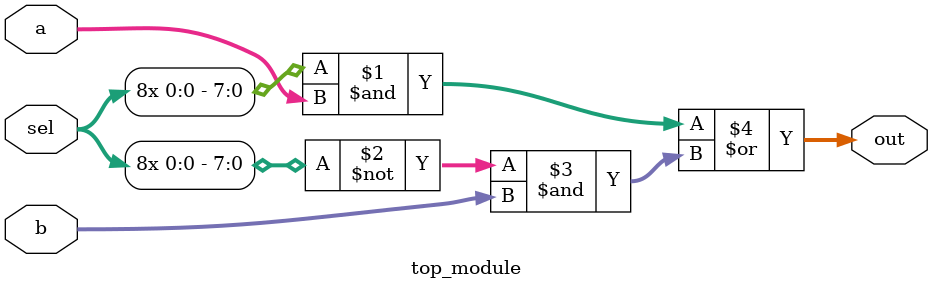
<source format=v>
module top_module (
    input sel,
    input [7:0] a,
    input [7:0] b,
    output [7:0] out  );

    assign out = ({8{sel}} & a) | (~{8{sel}} & b);

endmodule

</source>
